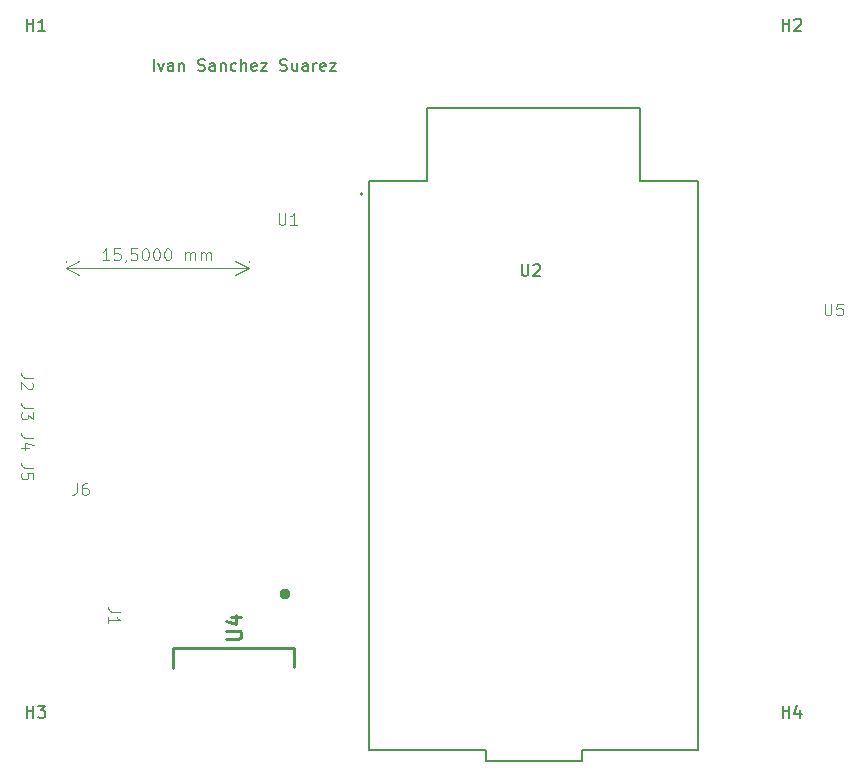
<source format=gbr>
%TF.GenerationSoftware,KiCad,Pcbnew,7.0.8*%
%TF.CreationDate,2024-02-29T18:24:51+01:00*%
%TF.ProjectId,pendulo_invert,70656e64-756c-46f5-9f69-6e766572742e,rev?*%
%TF.SameCoordinates,Original*%
%TF.FileFunction,Legend,Top*%
%TF.FilePolarity,Positive*%
%FSLAX46Y46*%
G04 Gerber Fmt 4.6, Leading zero omitted, Abs format (unit mm)*
G04 Created by KiCad (PCBNEW 7.0.8) date 2024-02-29 18:24:51*
%MOMM*%
%LPD*%
G01*
G04 APERTURE LIST*
%ADD10C,0.150000*%
%ADD11C,0.100000*%
%ADD12C,0.254000*%
%ADD13C,0.127000*%
%ADD14C,0.200000*%
%ADD15C,0.500000*%
G04 APERTURE END LIST*
D10*
X130384779Y-63115819D02*
X130384779Y-62115819D01*
X130765731Y-62449152D02*
X131003826Y-63115819D01*
X131003826Y-63115819D02*
X131241921Y-62449152D01*
X132051445Y-63115819D02*
X132051445Y-62592009D01*
X132051445Y-62592009D02*
X132003826Y-62496771D01*
X132003826Y-62496771D02*
X131908588Y-62449152D01*
X131908588Y-62449152D02*
X131718112Y-62449152D01*
X131718112Y-62449152D02*
X131622874Y-62496771D01*
X132051445Y-63068200D02*
X131956207Y-63115819D01*
X131956207Y-63115819D02*
X131718112Y-63115819D01*
X131718112Y-63115819D02*
X131622874Y-63068200D01*
X131622874Y-63068200D02*
X131575255Y-62972961D01*
X131575255Y-62972961D02*
X131575255Y-62877723D01*
X131575255Y-62877723D02*
X131622874Y-62782485D01*
X131622874Y-62782485D02*
X131718112Y-62734866D01*
X131718112Y-62734866D02*
X131956207Y-62734866D01*
X131956207Y-62734866D02*
X132051445Y-62687247D01*
X132527636Y-62449152D02*
X132527636Y-63115819D01*
X132527636Y-62544390D02*
X132575255Y-62496771D01*
X132575255Y-62496771D02*
X132670493Y-62449152D01*
X132670493Y-62449152D02*
X132813350Y-62449152D01*
X132813350Y-62449152D02*
X132908588Y-62496771D01*
X132908588Y-62496771D02*
X132956207Y-62592009D01*
X132956207Y-62592009D02*
X132956207Y-63115819D01*
X134146684Y-63068200D02*
X134289541Y-63115819D01*
X134289541Y-63115819D02*
X134527636Y-63115819D01*
X134527636Y-63115819D02*
X134622874Y-63068200D01*
X134622874Y-63068200D02*
X134670493Y-63020580D01*
X134670493Y-63020580D02*
X134718112Y-62925342D01*
X134718112Y-62925342D02*
X134718112Y-62830104D01*
X134718112Y-62830104D02*
X134670493Y-62734866D01*
X134670493Y-62734866D02*
X134622874Y-62687247D01*
X134622874Y-62687247D02*
X134527636Y-62639628D01*
X134527636Y-62639628D02*
X134337160Y-62592009D01*
X134337160Y-62592009D02*
X134241922Y-62544390D01*
X134241922Y-62544390D02*
X134194303Y-62496771D01*
X134194303Y-62496771D02*
X134146684Y-62401533D01*
X134146684Y-62401533D02*
X134146684Y-62306295D01*
X134146684Y-62306295D02*
X134194303Y-62211057D01*
X134194303Y-62211057D02*
X134241922Y-62163438D01*
X134241922Y-62163438D02*
X134337160Y-62115819D01*
X134337160Y-62115819D02*
X134575255Y-62115819D01*
X134575255Y-62115819D02*
X134718112Y-62163438D01*
X135575255Y-63115819D02*
X135575255Y-62592009D01*
X135575255Y-62592009D02*
X135527636Y-62496771D01*
X135527636Y-62496771D02*
X135432398Y-62449152D01*
X135432398Y-62449152D02*
X135241922Y-62449152D01*
X135241922Y-62449152D02*
X135146684Y-62496771D01*
X135575255Y-63068200D02*
X135480017Y-63115819D01*
X135480017Y-63115819D02*
X135241922Y-63115819D01*
X135241922Y-63115819D02*
X135146684Y-63068200D01*
X135146684Y-63068200D02*
X135099065Y-62972961D01*
X135099065Y-62972961D02*
X135099065Y-62877723D01*
X135099065Y-62877723D02*
X135146684Y-62782485D01*
X135146684Y-62782485D02*
X135241922Y-62734866D01*
X135241922Y-62734866D02*
X135480017Y-62734866D01*
X135480017Y-62734866D02*
X135575255Y-62687247D01*
X136051446Y-62449152D02*
X136051446Y-63115819D01*
X136051446Y-62544390D02*
X136099065Y-62496771D01*
X136099065Y-62496771D02*
X136194303Y-62449152D01*
X136194303Y-62449152D02*
X136337160Y-62449152D01*
X136337160Y-62449152D02*
X136432398Y-62496771D01*
X136432398Y-62496771D02*
X136480017Y-62592009D01*
X136480017Y-62592009D02*
X136480017Y-63115819D01*
X137384779Y-63068200D02*
X137289541Y-63115819D01*
X137289541Y-63115819D02*
X137099065Y-63115819D01*
X137099065Y-63115819D02*
X137003827Y-63068200D01*
X137003827Y-63068200D02*
X136956208Y-63020580D01*
X136956208Y-63020580D02*
X136908589Y-62925342D01*
X136908589Y-62925342D02*
X136908589Y-62639628D01*
X136908589Y-62639628D02*
X136956208Y-62544390D01*
X136956208Y-62544390D02*
X137003827Y-62496771D01*
X137003827Y-62496771D02*
X137099065Y-62449152D01*
X137099065Y-62449152D02*
X137289541Y-62449152D01*
X137289541Y-62449152D02*
X137384779Y-62496771D01*
X137813351Y-63115819D02*
X137813351Y-62115819D01*
X138241922Y-63115819D02*
X138241922Y-62592009D01*
X138241922Y-62592009D02*
X138194303Y-62496771D01*
X138194303Y-62496771D02*
X138099065Y-62449152D01*
X138099065Y-62449152D02*
X137956208Y-62449152D01*
X137956208Y-62449152D02*
X137860970Y-62496771D01*
X137860970Y-62496771D02*
X137813351Y-62544390D01*
X139099065Y-63068200D02*
X139003827Y-63115819D01*
X139003827Y-63115819D02*
X138813351Y-63115819D01*
X138813351Y-63115819D02*
X138718113Y-63068200D01*
X138718113Y-63068200D02*
X138670494Y-62972961D01*
X138670494Y-62972961D02*
X138670494Y-62592009D01*
X138670494Y-62592009D02*
X138718113Y-62496771D01*
X138718113Y-62496771D02*
X138813351Y-62449152D01*
X138813351Y-62449152D02*
X139003827Y-62449152D01*
X139003827Y-62449152D02*
X139099065Y-62496771D01*
X139099065Y-62496771D02*
X139146684Y-62592009D01*
X139146684Y-62592009D02*
X139146684Y-62687247D01*
X139146684Y-62687247D02*
X138670494Y-62782485D01*
X139480018Y-62449152D02*
X140003827Y-62449152D01*
X140003827Y-62449152D02*
X139480018Y-63115819D01*
X139480018Y-63115819D02*
X140003827Y-63115819D01*
X141099066Y-63068200D02*
X141241923Y-63115819D01*
X141241923Y-63115819D02*
X141480018Y-63115819D01*
X141480018Y-63115819D02*
X141575256Y-63068200D01*
X141575256Y-63068200D02*
X141622875Y-63020580D01*
X141622875Y-63020580D02*
X141670494Y-62925342D01*
X141670494Y-62925342D02*
X141670494Y-62830104D01*
X141670494Y-62830104D02*
X141622875Y-62734866D01*
X141622875Y-62734866D02*
X141575256Y-62687247D01*
X141575256Y-62687247D02*
X141480018Y-62639628D01*
X141480018Y-62639628D02*
X141289542Y-62592009D01*
X141289542Y-62592009D02*
X141194304Y-62544390D01*
X141194304Y-62544390D02*
X141146685Y-62496771D01*
X141146685Y-62496771D02*
X141099066Y-62401533D01*
X141099066Y-62401533D02*
X141099066Y-62306295D01*
X141099066Y-62306295D02*
X141146685Y-62211057D01*
X141146685Y-62211057D02*
X141194304Y-62163438D01*
X141194304Y-62163438D02*
X141289542Y-62115819D01*
X141289542Y-62115819D02*
X141527637Y-62115819D01*
X141527637Y-62115819D02*
X141670494Y-62163438D01*
X142527637Y-62449152D02*
X142527637Y-63115819D01*
X142099066Y-62449152D02*
X142099066Y-62972961D01*
X142099066Y-62972961D02*
X142146685Y-63068200D01*
X142146685Y-63068200D02*
X142241923Y-63115819D01*
X142241923Y-63115819D02*
X142384780Y-63115819D01*
X142384780Y-63115819D02*
X142480018Y-63068200D01*
X142480018Y-63068200D02*
X142527637Y-63020580D01*
X143432399Y-63115819D02*
X143432399Y-62592009D01*
X143432399Y-62592009D02*
X143384780Y-62496771D01*
X143384780Y-62496771D02*
X143289542Y-62449152D01*
X143289542Y-62449152D02*
X143099066Y-62449152D01*
X143099066Y-62449152D02*
X143003828Y-62496771D01*
X143432399Y-63068200D02*
X143337161Y-63115819D01*
X143337161Y-63115819D02*
X143099066Y-63115819D01*
X143099066Y-63115819D02*
X143003828Y-63068200D01*
X143003828Y-63068200D02*
X142956209Y-62972961D01*
X142956209Y-62972961D02*
X142956209Y-62877723D01*
X142956209Y-62877723D02*
X143003828Y-62782485D01*
X143003828Y-62782485D02*
X143099066Y-62734866D01*
X143099066Y-62734866D02*
X143337161Y-62734866D01*
X143337161Y-62734866D02*
X143432399Y-62687247D01*
X143908590Y-63115819D02*
X143908590Y-62449152D01*
X143908590Y-62639628D02*
X143956209Y-62544390D01*
X143956209Y-62544390D02*
X144003828Y-62496771D01*
X144003828Y-62496771D02*
X144099066Y-62449152D01*
X144099066Y-62449152D02*
X144194304Y-62449152D01*
X144908590Y-63068200D02*
X144813352Y-63115819D01*
X144813352Y-63115819D02*
X144622876Y-63115819D01*
X144622876Y-63115819D02*
X144527638Y-63068200D01*
X144527638Y-63068200D02*
X144480019Y-62972961D01*
X144480019Y-62972961D02*
X144480019Y-62592009D01*
X144480019Y-62592009D02*
X144527638Y-62496771D01*
X144527638Y-62496771D02*
X144622876Y-62449152D01*
X144622876Y-62449152D02*
X144813352Y-62449152D01*
X144813352Y-62449152D02*
X144908590Y-62496771D01*
X144908590Y-62496771D02*
X144956209Y-62592009D01*
X144956209Y-62592009D02*
X144956209Y-62687247D01*
X144956209Y-62687247D02*
X144480019Y-62782485D01*
X145289543Y-62449152D02*
X145813352Y-62449152D01*
X145813352Y-62449152D02*
X145289543Y-63115819D01*
X145289543Y-63115819D02*
X145813352Y-63115819D01*
D11*
X140964095Y-75149419D02*
X140964095Y-75958942D01*
X140964095Y-75958942D02*
X141011714Y-76054180D01*
X141011714Y-76054180D02*
X141059333Y-76101800D01*
X141059333Y-76101800D02*
X141154571Y-76149419D01*
X141154571Y-76149419D02*
X141345047Y-76149419D01*
X141345047Y-76149419D02*
X141440285Y-76101800D01*
X141440285Y-76101800D02*
X141487904Y-76054180D01*
X141487904Y-76054180D02*
X141535523Y-75958942D01*
X141535523Y-75958942D02*
X141535523Y-75149419D01*
X142535523Y-76149419D02*
X141964095Y-76149419D01*
X142249809Y-76149419D02*
X142249809Y-75149419D01*
X142249809Y-75149419D02*
X142154571Y-75292276D01*
X142154571Y-75292276D02*
X142059333Y-75387514D01*
X142059333Y-75387514D02*
X141964095Y-75435133D01*
X120170580Y-91614666D02*
X119456295Y-91614666D01*
X119456295Y-91614666D02*
X119313438Y-91567047D01*
X119313438Y-91567047D02*
X119218200Y-91471809D01*
X119218200Y-91471809D02*
X119170580Y-91328952D01*
X119170580Y-91328952D02*
X119170580Y-91233714D01*
X120170580Y-91995619D02*
X120170580Y-92614666D01*
X120170580Y-92614666D02*
X119789628Y-92281333D01*
X119789628Y-92281333D02*
X119789628Y-92424190D01*
X119789628Y-92424190D02*
X119742009Y-92519428D01*
X119742009Y-92519428D02*
X119694390Y-92567047D01*
X119694390Y-92567047D02*
X119599152Y-92614666D01*
X119599152Y-92614666D02*
X119361057Y-92614666D01*
X119361057Y-92614666D02*
X119265819Y-92567047D01*
X119265819Y-92567047D02*
X119218200Y-92519428D01*
X119218200Y-92519428D02*
X119170580Y-92424190D01*
X119170580Y-92424190D02*
X119170580Y-92138476D01*
X119170580Y-92138476D02*
X119218200Y-92043238D01*
X119218200Y-92043238D02*
X119265819Y-91995619D01*
D10*
X161544095Y-79464819D02*
X161544095Y-80274342D01*
X161544095Y-80274342D02*
X161591714Y-80369580D01*
X161591714Y-80369580D02*
X161639333Y-80417200D01*
X161639333Y-80417200D02*
X161734571Y-80464819D01*
X161734571Y-80464819D02*
X161925047Y-80464819D01*
X161925047Y-80464819D02*
X162020285Y-80417200D01*
X162020285Y-80417200D02*
X162067904Y-80369580D01*
X162067904Y-80369580D02*
X162115523Y-80274342D01*
X162115523Y-80274342D02*
X162115523Y-79464819D01*
X162544095Y-79560057D02*
X162591714Y-79512438D01*
X162591714Y-79512438D02*
X162686952Y-79464819D01*
X162686952Y-79464819D02*
X162925047Y-79464819D01*
X162925047Y-79464819D02*
X163020285Y-79512438D01*
X163020285Y-79512438D02*
X163067904Y-79560057D01*
X163067904Y-79560057D02*
X163115523Y-79655295D01*
X163115523Y-79655295D02*
X163115523Y-79750533D01*
X163115523Y-79750533D02*
X163067904Y-79893390D01*
X163067904Y-79893390D02*
X162496476Y-80464819D01*
X162496476Y-80464819D02*
X163115523Y-80464819D01*
X183642095Y-117866819D02*
X183642095Y-116866819D01*
X183642095Y-117343009D02*
X184213523Y-117343009D01*
X184213523Y-117866819D02*
X184213523Y-116866819D01*
X185118285Y-117200152D02*
X185118285Y-117866819D01*
X184880190Y-116819200D02*
X184642095Y-117533485D01*
X184642095Y-117533485D02*
X185261142Y-117533485D01*
X119634095Y-117866819D02*
X119634095Y-116866819D01*
X119634095Y-117343009D02*
X120205523Y-117343009D01*
X120205523Y-117866819D02*
X120205523Y-116866819D01*
X120586476Y-116866819D02*
X121205523Y-116866819D01*
X121205523Y-116866819D02*
X120872190Y-117247771D01*
X120872190Y-117247771D02*
X121015047Y-117247771D01*
X121015047Y-117247771D02*
X121110285Y-117295390D01*
X121110285Y-117295390D02*
X121157904Y-117343009D01*
X121157904Y-117343009D02*
X121205523Y-117438247D01*
X121205523Y-117438247D02*
X121205523Y-117676342D01*
X121205523Y-117676342D02*
X121157904Y-117771580D01*
X121157904Y-117771580D02*
X121110285Y-117819200D01*
X121110285Y-117819200D02*
X121015047Y-117866819D01*
X121015047Y-117866819D02*
X120729333Y-117866819D01*
X120729333Y-117866819D02*
X120634095Y-117819200D01*
X120634095Y-117819200D02*
X120586476Y-117771580D01*
D11*
X123872666Y-98017419D02*
X123872666Y-98731704D01*
X123872666Y-98731704D02*
X123825047Y-98874561D01*
X123825047Y-98874561D02*
X123729809Y-98969800D01*
X123729809Y-98969800D02*
X123586952Y-99017419D01*
X123586952Y-99017419D02*
X123491714Y-99017419D01*
X124777428Y-98017419D02*
X124586952Y-98017419D01*
X124586952Y-98017419D02*
X124491714Y-98065038D01*
X124491714Y-98065038D02*
X124444095Y-98112657D01*
X124444095Y-98112657D02*
X124348857Y-98255514D01*
X124348857Y-98255514D02*
X124301238Y-98445990D01*
X124301238Y-98445990D02*
X124301238Y-98826942D01*
X124301238Y-98826942D02*
X124348857Y-98922180D01*
X124348857Y-98922180D02*
X124396476Y-98969800D01*
X124396476Y-98969800D02*
X124491714Y-99017419D01*
X124491714Y-99017419D02*
X124682190Y-99017419D01*
X124682190Y-99017419D02*
X124777428Y-98969800D01*
X124777428Y-98969800D02*
X124825047Y-98922180D01*
X124825047Y-98922180D02*
X124872666Y-98826942D01*
X124872666Y-98826942D02*
X124872666Y-98588847D01*
X124872666Y-98588847D02*
X124825047Y-98493609D01*
X124825047Y-98493609D02*
X124777428Y-98445990D01*
X124777428Y-98445990D02*
X124682190Y-98398371D01*
X124682190Y-98398371D02*
X124491714Y-98398371D01*
X124491714Y-98398371D02*
X124396476Y-98445990D01*
X124396476Y-98445990D02*
X124348857Y-98493609D01*
X124348857Y-98493609D02*
X124301238Y-98588847D01*
X120170580Y-94154666D02*
X119456295Y-94154666D01*
X119456295Y-94154666D02*
X119313438Y-94107047D01*
X119313438Y-94107047D02*
X119218200Y-94011809D01*
X119218200Y-94011809D02*
X119170580Y-93868952D01*
X119170580Y-93868952D02*
X119170580Y-93773714D01*
X119837247Y-95059428D02*
X119170580Y-95059428D01*
X120218200Y-94821333D02*
X119503914Y-94583238D01*
X119503914Y-94583238D02*
X119503914Y-95202285D01*
D10*
X183642095Y-59700819D02*
X183642095Y-58700819D01*
X183642095Y-59177009D02*
X184213523Y-59177009D01*
X184213523Y-59700819D02*
X184213523Y-58700819D01*
X184642095Y-58796057D02*
X184689714Y-58748438D01*
X184689714Y-58748438D02*
X184784952Y-58700819D01*
X184784952Y-58700819D02*
X185023047Y-58700819D01*
X185023047Y-58700819D02*
X185118285Y-58748438D01*
X185118285Y-58748438D02*
X185165904Y-58796057D01*
X185165904Y-58796057D02*
X185213523Y-58891295D01*
X185213523Y-58891295D02*
X185213523Y-58986533D01*
X185213523Y-58986533D02*
X185165904Y-59129390D01*
X185165904Y-59129390D02*
X184594476Y-59700819D01*
X184594476Y-59700819D02*
X185213523Y-59700819D01*
D11*
X120170580Y-89074666D02*
X119456295Y-89074666D01*
X119456295Y-89074666D02*
X119313438Y-89027047D01*
X119313438Y-89027047D02*
X119218200Y-88931809D01*
X119218200Y-88931809D02*
X119170580Y-88788952D01*
X119170580Y-88788952D02*
X119170580Y-88693714D01*
X120075342Y-89503238D02*
X120122961Y-89550857D01*
X120122961Y-89550857D02*
X120170580Y-89646095D01*
X120170580Y-89646095D02*
X120170580Y-89884190D01*
X120170580Y-89884190D02*
X120122961Y-89979428D01*
X120122961Y-89979428D02*
X120075342Y-90027047D01*
X120075342Y-90027047D02*
X119980104Y-90074666D01*
X119980104Y-90074666D02*
X119884866Y-90074666D01*
X119884866Y-90074666D02*
X119742009Y-90027047D01*
X119742009Y-90027047D02*
X119170580Y-89455619D01*
X119170580Y-89455619D02*
X119170580Y-90074666D01*
X120170580Y-96694666D02*
X119456295Y-96694666D01*
X119456295Y-96694666D02*
X119313438Y-96647047D01*
X119313438Y-96647047D02*
X119218200Y-96551809D01*
X119218200Y-96551809D02*
X119170580Y-96408952D01*
X119170580Y-96408952D02*
X119170580Y-96313714D01*
X120170580Y-97647047D02*
X120170580Y-97170857D01*
X120170580Y-97170857D02*
X119694390Y-97123238D01*
X119694390Y-97123238D02*
X119742009Y-97170857D01*
X119742009Y-97170857D02*
X119789628Y-97266095D01*
X119789628Y-97266095D02*
X119789628Y-97504190D01*
X119789628Y-97504190D02*
X119742009Y-97599428D01*
X119742009Y-97599428D02*
X119694390Y-97647047D01*
X119694390Y-97647047D02*
X119599152Y-97694666D01*
X119599152Y-97694666D02*
X119361057Y-97694666D01*
X119361057Y-97694666D02*
X119265819Y-97647047D01*
X119265819Y-97647047D02*
X119218200Y-97599428D01*
X119218200Y-97599428D02*
X119170580Y-97504190D01*
X119170580Y-97504190D02*
X119170580Y-97266095D01*
X119170580Y-97266095D02*
X119218200Y-97170857D01*
X119218200Y-97170857D02*
X119265819Y-97123238D01*
X127542580Y-108886666D02*
X126828295Y-108886666D01*
X126828295Y-108886666D02*
X126685438Y-108839047D01*
X126685438Y-108839047D02*
X126590200Y-108743809D01*
X126590200Y-108743809D02*
X126542580Y-108600952D01*
X126542580Y-108600952D02*
X126542580Y-108505714D01*
X126542580Y-109886666D02*
X126542580Y-109315238D01*
X126542580Y-109600952D02*
X127542580Y-109600952D01*
X127542580Y-109600952D02*
X127399723Y-109505714D01*
X127399723Y-109505714D02*
X127304485Y-109410476D01*
X127304485Y-109410476D02*
X127256866Y-109315238D01*
D12*
X136538318Y-111223619D02*
X137566413Y-111223619D01*
X137566413Y-111223619D02*
X137687365Y-111163142D01*
X137687365Y-111163142D02*
X137747842Y-111102666D01*
X137747842Y-111102666D02*
X137808318Y-110981714D01*
X137808318Y-110981714D02*
X137808318Y-110739809D01*
X137808318Y-110739809D02*
X137747842Y-110618857D01*
X137747842Y-110618857D02*
X137687365Y-110558380D01*
X137687365Y-110558380D02*
X137566413Y-110497904D01*
X137566413Y-110497904D02*
X136538318Y-110497904D01*
X136961651Y-109348857D02*
X137808318Y-109348857D01*
X136477842Y-109651238D02*
X137384984Y-109953619D01*
X137384984Y-109953619D02*
X137384984Y-109167428D01*
D10*
X119634095Y-59700819D02*
X119634095Y-58700819D01*
X119634095Y-59177009D02*
X120205523Y-59177009D01*
X120205523Y-59700819D02*
X120205523Y-58700819D01*
X121205523Y-59700819D02*
X120634095Y-59700819D01*
X120919809Y-59700819D02*
X120919809Y-58700819D01*
X120919809Y-58700819D02*
X120824571Y-58843676D01*
X120824571Y-58843676D02*
X120729333Y-58938914D01*
X120729333Y-58938914D02*
X120634095Y-58986533D01*
D11*
X187198095Y-82817419D02*
X187198095Y-83626942D01*
X187198095Y-83626942D02*
X187245714Y-83722180D01*
X187245714Y-83722180D02*
X187293333Y-83769800D01*
X187293333Y-83769800D02*
X187388571Y-83817419D01*
X187388571Y-83817419D02*
X187579047Y-83817419D01*
X187579047Y-83817419D02*
X187674285Y-83769800D01*
X187674285Y-83769800D02*
X187721904Y-83722180D01*
X187721904Y-83722180D02*
X187769523Y-83626942D01*
X187769523Y-83626942D02*
X187769523Y-82817419D01*
X188721904Y-82817419D02*
X188245714Y-82817419D01*
X188245714Y-82817419D02*
X188198095Y-83293609D01*
X188198095Y-83293609D02*
X188245714Y-83245990D01*
X188245714Y-83245990D02*
X188340952Y-83198371D01*
X188340952Y-83198371D02*
X188579047Y-83198371D01*
X188579047Y-83198371D02*
X188674285Y-83245990D01*
X188674285Y-83245990D02*
X188721904Y-83293609D01*
X188721904Y-83293609D02*
X188769523Y-83388847D01*
X188769523Y-83388847D02*
X188769523Y-83626942D01*
X188769523Y-83626942D02*
X188721904Y-83722180D01*
X188721904Y-83722180D02*
X188674285Y-83769800D01*
X188674285Y-83769800D02*
X188579047Y-83817419D01*
X188579047Y-83817419D02*
X188340952Y-83817419D01*
X188340952Y-83817419D02*
X188245714Y-83769800D01*
X188245714Y-83769800D02*
X188198095Y-83722180D01*
X126632381Y-79145419D02*
X126060953Y-79145419D01*
X126346667Y-79145419D02*
X126346667Y-78145419D01*
X126346667Y-78145419D02*
X126251429Y-78288276D01*
X126251429Y-78288276D02*
X126156191Y-78383514D01*
X126156191Y-78383514D02*
X126060953Y-78431133D01*
X127537143Y-78145419D02*
X127060953Y-78145419D01*
X127060953Y-78145419D02*
X127013334Y-78621609D01*
X127013334Y-78621609D02*
X127060953Y-78573990D01*
X127060953Y-78573990D02*
X127156191Y-78526371D01*
X127156191Y-78526371D02*
X127394286Y-78526371D01*
X127394286Y-78526371D02*
X127489524Y-78573990D01*
X127489524Y-78573990D02*
X127537143Y-78621609D01*
X127537143Y-78621609D02*
X127584762Y-78716847D01*
X127584762Y-78716847D02*
X127584762Y-78954942D01*
X127584762Y-78954942D02*
X127537143Y-79050180D01*
X127537143Y-79050180D02*
X127489524Y-79097800D01*
X127489524Y-79097800D02*
X127394286Y-79145419D01*
X127394286Y-79145419D02*
X127156191Y-79145419D01*
X127156191Y-79145419D02*
X127060953Y-79097800D01*
X127060953Y-79097800D02*
X127013334Y-79050180D01*
X128060953Y-79097800D02*
X128060953Y-79145419D01*
X128060953Y-79145419D02*
X128013334Y-79240657D01*
X128013334Y-79240657D02*
X127965715Y-79288276D01*
X128965714Y-78145419D02*
X128489524Y-78145419D01*
X128489524Y-78145419D02*
X128441905Y-78621609D01*
X128441905Y-78621609D02*
X128489524Y-78573990D01*
X128489524Y-78573990D02*
X128584762Y-78526371D01*
X128584762Y-78526371D02*
X128822857Y-78526371D01*
X128822857Y-78526371D02*
X128918095Y-78573990D01*
X128918095Y-78573990D02*
X128965714Y-78621609D01*
X128965714Y-78621609D02*
X129013333Y-78716847D01*
X129013333Y-78716847D02*
X129013333Y-78954942D01*
X129013333Y-78954942D02*
X128965714Y-79050180D01*
X128965714Y-79050180D02*
X128918095Y-79097800D01*
X128918095Y-79097800D02*
X128822857Y-79145419D01*
X128822857Y-79145419D02*
X128584762Y-79145419D01*
X128584762Y-79145419D02*
X128489524Y-79097800D01*
X128489524Y-79097800D02*
X128441905Y-79050180D01*
X129632381Y-78145419D02*
X129727619Y-78145419D01*
X129727619Y-78145419D02*
X129822857Y-78193038D01*
X129822857Y-78193038D02*
X129870476Y-78240657D01*
X129870476Y-78240657D02*
X129918095Y-78335895D01*
X129918095Y-78335895D02*
X129965714Y-78526371D01*
X129965714Y-78526371D02*
X129965714Y-78764466D01*
X129965714Y-78764466D02*
X129918095Y-78954942D01*
X129918095Y-78954942D02*
X129870476Y-79050180D01*
X129870476Y-79050180D02*
X129822857Y-79097800D01*
X129822857Y-79097800D02*
X129727619Y-79145419D01*
X129727619Y-79145419D02*
X129632381Y-79145419D01*
X129632381Y-79145419D02*
X129537143Y-79097800D01*
X129537143Y-79097800D02*
X129489524Y-79050180D01*
X129489524Y-79050180D02*
X129441905Y-78954942D01*
X129441905Y-78954942D02*
X129394286Y-78764466D01*
X129394286Y-78764466D02*
X129394286Y-78526371D01*
X129394286Y-78526371D02*
X129441905Y-78335895D01*
X129441905Y-78335895D02*
X129489524Y-78240657D01*
X129489524Y-78240657D02*
X129537143Y-78193038D01*
X129537143Y-78193038D02*
X129632381Y-78145419D01*
X130584762Y-78145419D02*
X130680000Y-78145419D01*
X130680000Y-78145419D02*
X130775238Y-78193038D01*
X130775238Y-78193038D02*
X130822857Y-78240657D01*
X130822857Y-78240657D02*
X130870476Y-78335895D01*
X130870476Y-78335895D02*
X130918095Y-78526371D01*
X130918095Y-78526371D02*
X130918095Y-78764466D01*
X130918095Y-78764466D02*
X130870476Y-78954942D01*
X130870476Y-78954942D02*
X130822857Y-79050180D01*
X130822857Y-79050180D02*
X130775238Y-79097800D01*
X130775238Y-79097800D02*
X130680000Y-79145419D01*
X130680000Y-79145419D02*
X130584762Y-79145419D01*
X130584762Y-79145419D02*
X130489524Y-79097800D01*
X130489524Y-79097800D02*
X130441905Y-79050180D01*
X130441905Y-79050180D02*
X130394286Y-78954942D01*
X130394286Y-78954942D02*
X130346667Y-78764466D01*
X130346667Y-78764466D02*
X130346667Y-78526371D01*
X130346667Y-78526371D02*
X130394286Y-78335895D01*
X130394286Y-78335895D02*
X130441905Y-78240657D01*
X130441905Y-78240657D02*
X130489524Y-78193038D01*
X130489524Y-78193038D02*
X130584762Y-78145419D01*
X131537143Y-78145419D02*
X131632381Y-78145419D01*
X131632381Y-78145419D02*
X131727619Y-78193038D01*
X131727619Y-78193038D02*
X131775238Y-78240657D01*
X131775238Y-78240657D02*
X131822857Y-78335895D01*
X131822857Y-78335895D02*
X131870476Y-78526371D01*
X131870476Y-78526371D02*
X131870476Y-78764466D01*
X131870476Y-78764466D02*
X131822857Y-78954942D01*
X131822857Y-78954942D02*
X131775238Y-79050180D01*
X131775238Y-79050180D02*
X131727619Y-79097800D01*
X131727619Y-79097800D02*
X131632381Y-79145419D01*
X131632381Y-79145419D02*
X131537143Y-79145419D01*
X131537143Y-79145419D02*
X131441905Y-79097800D01*
X131441905Y-79097800D02*
X131394286Y-79050180D01*
X131394286Y-79050180D02*
X131346667Y-78954942D01*
X131346667Y-78954942D02*
X131299048Y-78764466D01*
X131299048Y-78764466D02*
X131299048Y-78526371D01*
X131299048Y-78526371D02*
X131346667Y-78335895D01*
X131346667Y-78335895D02*
X131394286Y-78240657D01*
X131394286Y-78240657D02*
X131441905Y-78193038D01*
X131441905Y-78193038D02*
X131537143Y-78145419D01*
X133060953Y-79145419D02*
X133060953Y-78478752D01*
X133060953Y-78573990D02*
X133108572Y-78526371D01*
X133108572Y-78526371D02*
X133203810Y-78478752D01*
X133203810Y-78478752D02*
X133346667Y-78478752D01*
X133346667Y-78478752D02*
X133441905Y-78526371D01*
X133441905Y-78526371D02*
X133489524Y-78621609D01*
X133489524Y-78621609D02*
X133489524Y-79145419D01*
X133489524Y-78621609D02*
X133537143Y-78526371D01*
X133537143Y-78526371D02*
X133632381Y-78478752D01*
X133632381Y-78478752D02*
X133775238Y-78478752D01*
X133775238Y-78478752D02*
X133870477Y-78526371D01*
X133870477Y-78526371D02*
X133918096Y-78621609D01*
X133918096Y-78621609D02*
X133918096Y-79145419D01*
X134394286Y-79145419D02*
X134394286Y-78478752D01*
X134394286Y-78573990D02*
X134441905Y-78526371D01*
X134441905Y-78526371D02*
X134537143Y-78478752D01*
X134537143Y-78478752D02*
X134680000Y-78478752D01*
X134680000Y-78478752D02*
X134775238Y-78526371D01*
X134775238Y-78526371D02*
X134822857Y-78621609D01*
X134822857Y-78621609D02*
X134822857Y-79145419D01*
X134822857Y-78621609D02*
X134870476Y-78526371D01*
X134870476Y-78526371D02*
X134965714Y-78478752D01*
X134965714Y-78478752D02*
X135108571Y-78478752D01*
X135108571Y-78478752D02*
X135203810Y-78526371D01*
X135203810Y-78526371D02*
X135251429Y-78621609D01*
X135251429Y-78621609D02*
X135251429Y-79145419D01*
X122930000Y-79288000D02*
X122930000Y-79201580D01*
X138430000Y-79288000D02*
X138430000Y-79201580D01*
X122930000Y-79788000D02*
X138430000Y-79788000D01*
X122930000Y-79788000D02*
X138430000Y-79788000D01*
X122930000Y-79788000D02*
X124056504Y-79201579D01*
X122930000Y-79788000D02*
X124056504Y-80374421D01*
X138430000Y-79788000D02*
X137303496Y-80374421D01*
X138430000Y-79788000D02*
X137303496Y-79201579D01*
D13*
%TO.C,U2*%
X148610000Y-72410000D02*
X148610000Y-120610000D01*
X148610000Y-120610000D02*
X158490000Y-120610000D01*
X153560000Y-66210000D02*
X171560000Y-66210000D01*
X153560000Y-72410000D02*
X148610000Y-72410000D01*
X153560000Y-72410000D02*
X153560000Y-66210000D01*
X158490000Y-120610000D02*
X158490000Y-121510000D01*
X158490000Y-121510000D02*
X166620000Y-121510000D01*
X166620000Y-120610000D02*
X176510000Y-120610000D01*
X166620000Y-121510000D02*
X166620000Y-120610000D01*
X171560000Y-66210000D02*
X171560000Y-72410000D01*
X176510000Y-72410000D02*
X171560000Y-72410000D01*
X176510000Y-120610000D02*
X176510000Y-72410000D01*
D14*
X148090000Y-73540000D02*
G75*
G03*
X148090000Y-73540000I-100000J0D01*
G01*
D12*
%TO.C,U4*%
X132060000Y-112009000D02*
X132060000Y-113653000D01*
X132060000Y-112009000D02*
X142260000Y-112009000D01*
X142260000Y-112009000D02*
X142260000Y-113544000D01*
D15*
X141728000Y-107406000D02*
G75*
G03*
X141728000Y-107406000I-219000J0D01*
G01*
%TD*%
M02*

</source>
